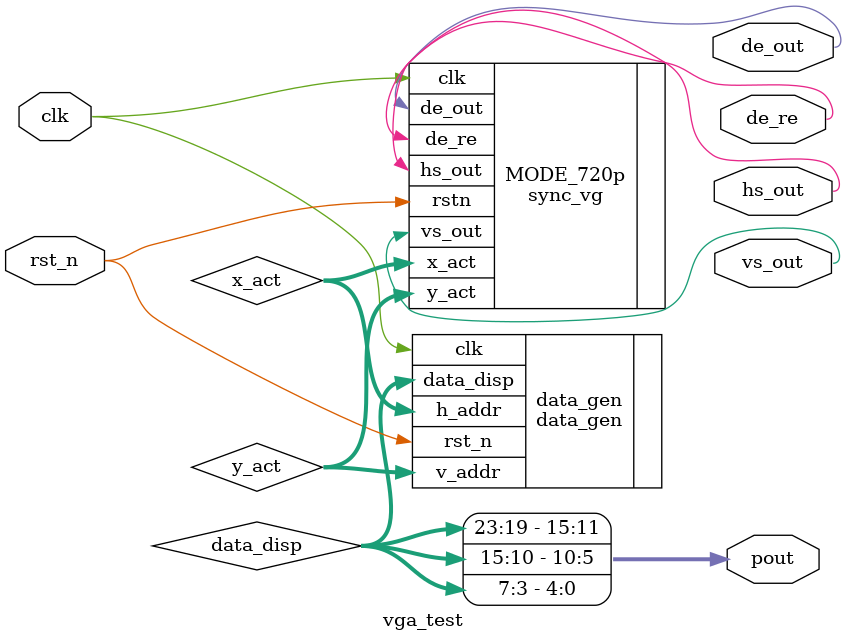
<source format=v>
/*==============================================


==============================================*/
module vga_test (
    clk     ,   // input       
    rst_n   ,   // input       
    vs_out  ,   // output      
    hs_out  ,   // output      
    de_out  ,   // output      
    pout    ,   // output[15:0]
    de_re       // output      
);
    input       clk       ;   //时钟信号
    input       rst_n     ;   //复位信号
    output      vs_out    ;
    output      hs_out    ;
    output      de_out    ;
    output[15:0]pout      ;
    output      de_re     ;
    
    wire [11:0] x_act     ;
    wire [11:0] y_act     ;
    wire[23:0] data_disp  ;
    
    sync_vg # (
        .X_BITS(12),
        .Y_BITS(12),
        .V_TOTAL(12'd750),
        .V_FP(12'd5),
        .V_BP(12'd20),
        .V_SYNC(12'd5),
        .V_ACT(12'd720),
        .H_TOTAL(12'd1650),
        .H_FP(12'd110),
        .H_BP(12'd220),
        .H_SYNC(12'd40),
        .H_ACT(12'd1280),
        .HV_OFFSET(12'd0)
    ) 
    MODE_720p(
        .clk   (clk   ) ,
        .rstn  (rst_n ) ,
        .vs_out(vs_out) ,
        .hs_out(hs_out) ,
        .de_out(de_out) ,
        .de_re (de_re ) ,
        .x_act (x_act ) ,
        .y_act (y_act )
    );

    data_gen data_gen(
        .clk      (clk      ),
        .rst_n    (rst_n    ),
        .h_addr   (x_act    ),
        .v_addr   (y_act    ),
        .data_disp(data_disp)
    );
    
    assign pout = {data_disp[23:19],data_disp[15:10],data_disp[7:3]};
    
    
    
endmodule

</source>
